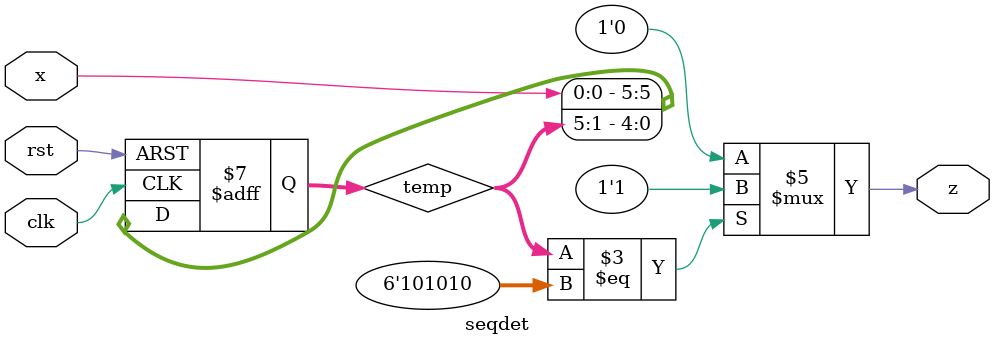
<source format=v>
module seqdet
(
   input wire x,
   input wire clk,
   input wire rst,
   output reg z
);
 
  reg [5:0] temp;
 
//assign z = (q == 6'b101010) ? 1'b1:1'b0;
 
  always @ (posedge clk,posedge rst)
   if(rst)
      temp <= 6'd0;
   else
     temp <= {x,temp[5:1]};
  
  always @(temp)
    if(temp==6'b101010)
      z=1'b1;
  else
    z=1'b0;
  
 
endmodule 

</source>
